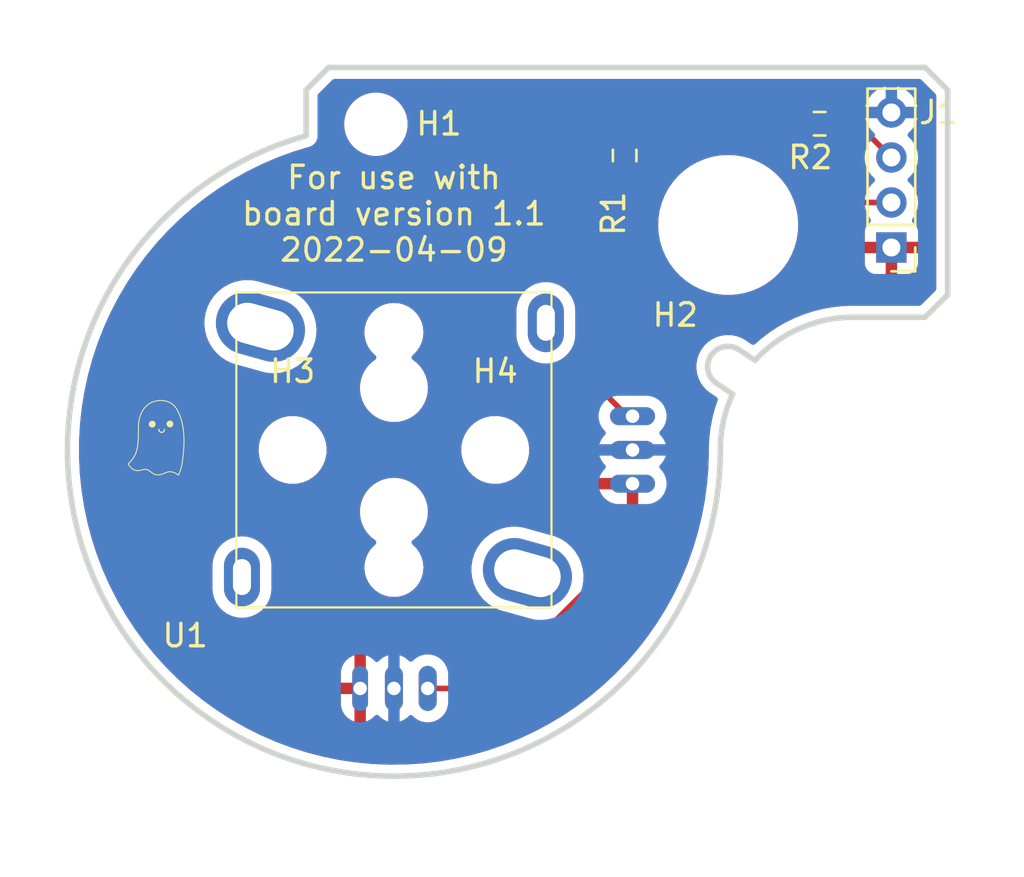
<source format=kicad_pcb>
(kicad_pcb (version 20211014) (generator pcbnew)
  (layers (0 "F.Cu" signal) (31 "B.Cu" signal) (36 "B.SilkS" user "B.Silkscreen") (37 "F.SilkS" user "F.Silkscreen") (38 "B.Mask" user) (39 "F.Mask" user) (44 "Edge.Cuts" user))
  (net 0 "")
  (net 1 "VCC")
  (net 2 "GND")
  (net 3 "/X_Conn")
  (net 4 "/Y_Conn")
  (net 5 "/X_Hall")
  (net 6 "/Y_Hall")
  (footprint "Resistor_SMD:R_0603_1608Metric_Pad0.98x0.95mm_HandSolder" (layer "F.Cu") (at 160.25 86.9125 -90)
    (fp_text reference "R1" (at 2.5875 0.5 90) (layer "F.SilkS"))
    (fp_text value "2k")
    (fp_line (start -0.254724 0.5225) (end 0.254724 0.5225) (layer "F.SilkS") (width 0.12))
    (fp_line (start -0.254724 -0.5225) (end 0.254724 -0.5225) (layer "F.SilkS") (width 0.12))
    (pad "1" smd roundrect (at -0.9125 0 270) (size 0.975 0.95) (layers "F.Cu" "F.Paste" "F.Mask") (net 3 "/X_Conn"))
    (pad "2" smd roundrect (at 0.9125 0 270) (size 0.975 0.95) (layers "F.Cu" "F.Paste" "F.Mask") (net 5 "/X_Hall"))
  )
  (footprint "Gamecube MB:MountingHole_1.8mm" (layer "F.Cu") (at 149.2 85.525)
    (fp_text reference "H1" (at 2.8 -0.025) (layer "F.SilkS"))
    (fp_text value "MountingHole")
    (pad "" np_thru_hole circle locked (at 0 0) (size 1.8 1.8) (drill 1.8) (layers *.Cu *.Mask))
  )
  (footprint "Resistor_SMD:R_0603_1608Metric_Pad0.98x0.95mm_HandSolder" (layer "F.Cu") (at 168.9125 85.5 180)
    (fp_text reference "R2" (at 0.4125 -1.5) (layer "F.SilkS"))
    (fp_text value "2k")
    (fp_line (start -0.254724 -0.5225) (end 0.254724 -0.5225) (layer "F.SilkS") (width 0.12))
    (fp_line (start -0.254724 0.5225) (end 0.254724 0.5225) (layer "F.SilkS") (width 0.12))
    (pad "1" smd roundrect (at -0.9125 0 180) (size 0.975 0.95) (layers "F.Cu" "F.Paste" "F.Mask") (net 4 "/Y_Conn"))
    (pad "2" smd roundrect (at 0.9125 0 180) (size 0.975 0.95) (layers "F.Cu" "F.Paste" "F.Mask") (net 6 "/Y_Hall"))
  )
  (footprint "Gamecube MB:MountingHole_2.0mm" (layer "F.Cu") (at 145.5 100)
    (fp_text reference "H3" (at 0 -3.5) (layer "F.SilkS"))
    (fp_text value "MountingHole")
    (pad "" np_thru_hole circle locked (at 0 0) (size 2 2) (drill 2) (layers *.Cu *.Mask))
  )
  (footprint "Gamecube MB:MountingHole_5.2mm" (layer "F.Cu") (at 164.85 90)
    (fp_text reference "H2" (at -2.35 4) (layer "F.SilkS"))
    (fp_text value "MountingHole")
    (pad "" np_thru_hole circle locked (at 0 0) (size 5.2 5.2) (drill 5.2) (layers *.Cu *.Mask))
  )
  (footprint "Gamecube MB:Ghost Logo Small" (layer "F.Cu") (at 139.5 99.5)
    (fp_text reference "G***" hide)
    (fp_text value "LOGO" hide)
    (fp_poly (pts (xy -0.228552 -0.797426) (xy -0.213054 -0.795663) (xy -0.19775 -0.792312) (xy -0.190398 -0.790098) (xy -0.183808 -0.787651) (xy -0.176465 -0.784456) (xy -0.168863 -0.780762) (xy -0.161499 -0.776819) (xy -0.154867 -0.772877) (xy -0.150691 -0.770085) (xy -0.145257 -0.765902) (xy -0.139316 -0.760814) (xy -0.133269 -0.755203) (xy -0.127522 -0.749455) (xy -0.122477 -0.743954) (xy -0.119577 -0.740452) (xy -0.110491 -0.727518) (xy -0.102875 -0.713896) (xy -0.096748 -0.699692) (xy -0.092129 -0.685015) (xy -0.089034 -0.669971) (xy -0.087483 -0.654666) (xy -0.087494 -0.639209) (xy -0.089085 -0.623707) (xy -0.092274 -0.608265) (xy -0.095283 -0.5981) (xy -0.100956 -0.583613) (xy -0.108017 -0.569962) (xy -0.116384 -0.557218) (xy -0.125974 -0.545453) (xy -0.136707 -0.534738) (xy -0.1485 -0.525147) (xy -0.161272 -0.516751) (xy -0.174941 -0.509622) (xy -0.189425 -0.503833) (xy -0.204642 -0.499454) (xy -0.208169 -0.498669) (xy -0.212157 -0.497882) (xy -0.215856 -0.497299) (xy -0.219668 -0.496881) (xy -0.223994 -0.496594) (xy -0.229234 -0.496402) (xy -0.234687 -0.496286) (xy -0.239921 -0.496216) (xy -0.244733 -0.496189) (xy -0.248821 -0.496202) (xy -0.251886 -0.496254) (xy -0.253629 -0.496345) (xy -0.253727 -0.496358) (xy -0.262239 -0.497665) (xy -0.269501 -0.499003) (xy -0.275918 -0.500454) (xy -0.281893 -0.502101) (xy -0.282091 -0.50216) (xy -0.296947 -0.507497) (xy -0.310969 -0.514225) (xy -0.324085 -0.522264) (xy -0.336221 -0.531537) (xy -0.347308 -0.541963) (xy -0.357271 -0.553464) (xy -0.36604 -0.565962) (xy -0.373542 -0.579376) (xy -0.379705 -0.593629) (xy -0.384457 -0.608641) (xy -0.38625 -0.616254) (xy -0.387442 -0.623394) (xy -0.388319 -0.631632) (xy -0.388856 -0.640439) (xy -0.389032 -0.649284) (xy -0.388826 -0.657637) (xy -0.388265 -0.664544) (xy -0.38563 -0.679995) (xy -0.381471 -0.694927) (xy -0.375858 -0.70924) (xy -0.368858 -0.722837) (xy -0.360543 -0.735621) (xy -0.350981 -0.747494) (xy -0.340243 -0.758357) (xy -0.328397 -0.768115) (xy -0.315513 -0.776667) (xy -0.304224 -0.782713) (xy -0.289782 -0.788763) (xy -0.274859 -0.793269) (xy -0.25959 -0.79622) (xy -0.244109 -0.797609)) (layer "F.SilkS") (width 0) (fill solid))
    (fp_poly (pts (xy 0.174722 -1.717897) (xy 0.213711 -1.715729) (xy 0.252502 -1.712057) (xy 0.291025 -1.706884) (xy 0.329213 -1.700214) (xy 0.366998 -1.692052) (xy 0.404312 -1.682401) (xy 0.441086 -1.671266) (xy 0.477252 -1.658651) (xy 0.512742 -1.64456) (xy 0.520699 -1.641155) (xy 0.550845 -1.627229) (xy 0.580169 -1.611953) (xy 0.608685 -1.595312) (xy 0.636409 -1.577292) (xy 0.663359 -1.557879) (xy 0.689549 -1.537057) (xy 0.714995 -1.514813) (xy 0.739714 -1.491133) (xy 0.763722 -1.466001) (xy 0.787033 -1.439403) (xy 0.809664 -1.411325) (xy 0.831632 -1.381752) (xy 0.852951 -1.35067) (xy 0.870186 -1.323684) (xy 0.885328 -1.298504) (xy 0.900202 -1.272346) (xy 0.914841 -1.245143) (xy 0.929274 -1.216828) (xy 0.943531 -1.187333) (xy 0.957645 -1.156592) (xy 0.971646 -1.124537) (xy 0.985564 -1.091101) (xy 0.99943 -1.056216) (xy 1.013276 -1.019816) (xy 1.027131 -0.981833) (xy 1.028179 -0.978897) (xy 1.037234 -0.953289) (xy 1.045656 -0.929027) (xy 1.053497 -0.905949) (xy 1.060811 -0.883893) (xy 1.067646 -0.862699) (xy 1.074057 -0.842202) (xy 1.080093 -0.822243) (xy 1.085807 -0.802658) (xy 1.091251 -0.783287) (xy 1.095232 -0.76863) (xy 1.107594 -0.720217) (xy 1.119137 -0.670395) (xy 1.129861 -0.619199) (xy 1.139761 -0.566663) (xy 1.148834 -0.512819) (xy 1.157078 -0.457701) (xy 1.16449 -0.401344) (xy 1.171066 -0.34378) (xy 1.176804 -0.285042) (xy 1.181701 -0.225165) (xy 1.185755 -0.164183) (xy 1.188961 -0.102127) (xy 1.191317 -0.039033) (xy 1.19282 0.025067) (xy 1.193468 0.090138) (xy 1.193257 0.156148) (xy 1.192184 0.223063) (xy 1.190247 0.290849) (xy 1.189564 0.309605) (xy 1.187243 0.363361) (xy 1.184354 0.41805) (xy 1.180921 0.473387) (xy 1.176966 0.529086) (xy 1.172514 0.584862) (xy 1.167589 0.640431) (xy 1.162215 0.695508) (xy 1.156415 0.749807) (xy 1.150214 0.803044) (xy 1.143991 0.852241) (xy 1.14297 0.86023) (xy 1.141864 0.869276) (xy 1.140742 0.8788) (xy 1.13967 0.888218) (xy 1.138718 0.896951) (xy 1.138202 0.90191) (xy 1.13338 0.945112) (xy 1.127599 0.989319) (xy 1.12091 1.034227) (xy 1.11337 1.079534) (xy 1.105031 1.124935) (xy 1.095948 1.170126) (xy 1.086174 1.214805) (xy 1.075764 1.258668) (xy 1.072443 1.271946) (xy 1.059828 1.319821) (xy 1.046599 1.366222) (xy 1.032732 1.41122) (xy 1.018201 1.454888) (xy 1.002982 1.4973) (xy 0.987049 1.538526) (xy 0.970378 1.578639) (xy 0.957415 1.607952) (xy 0.954078 1.615253) (xy 0.951292 1.621194) (xy 0.94895 1.625939) (xy 0.94695 1.629648) (xy 0.945186 1.632484) (xy 0.943553 1.634609) (xy 0.941947 1.636183) (xy 0.940264 1.63737) (xy 0.938397 1.638331) (xy 0.937506 1.638717) (xy 0.933695 1.639798) (xy 0.929312 1.640294) (xy 0.925287 1.640112) (xy 0.924675 1.64) (xy 0.923016 1.639594) (xy 0.921442 1.63903) (xy 0.919739 1.638166) (xy 0.917691 1.636861) (xy 0.915083 1.634974) (xy 0.911699 1.632365) (xy 0.907325 1.628892) (xy 0.90559 1.627502) (xy 0.885851 1.612396) (xy 0.864763 1.597617) (xy 0.842625 1.583345) (xy 0.819738 1.569761) (xy 0.796401 1.557045) (xy 0.772916 1.545378) (xy 0.757456 1.538329) (xy 0.729487 1.526808) (xy 0.701687 1.51688) (xy 0.674073 1.508547) (xy 0.646665 1.501812) (xy 0.619481 1.496677) (xy 0.592539 1.493146) (xy 0.565859 1.49122) (xy 0.53946 1.490902) (xy 0.513358 1.492195) (xy 0.487575 1.495101) (xy 0.466063 1.498813) (xy 0.454933 1.501169) (xy 0.444336 1.503687) (xy 0.434039 1.506448) (xy 0.423808 1.509532) (xy 0.413409 1.513017) (xy 0.402609 1.516986) (xy 0.391174 1.521516) (xy 0.378871 1.526688) (xy 0.365465 1.532583) (xy 0.359688 1.535185) (xy 0.334483 1.546444) (xy 0.310528 1.556805) (xy 0.287705 1.566309) (xy 0.265901 1.574994) (xy 0.244998 1.582901) (xy 0.224881 1.590069) (xy 0.205435 1.596538) (xy 0.186544 1.602347) (xy 0.168091 1.607536) (xy 0.149961 1.612145) (xy 0.132039 1.616214) (xy 0.114209 1.619781) (xy 0.110928 1.620386) (xy 0.086747 1.624207) (xy 0.062306 1.626938) (xy 0.037875 1.628571) (xy 0.013725 1.629096) (xy -0.009874 1.628503) (xy -0.032651 1.626783) (xy -0.041391 1.625787) (xy -0.066606 1.621919) (xy -0.090975 1.616725) (xy -0.114648 1.610152) (xy -0.137778 1.602149) (xy -0.160515 1.59266) (xy -0.18301 1.581633) (xy -0.205417 1.569014) (xy -0.209024 1.566831) (xy -0.215974 1.562517) (xy -0.222919 1.558056) (xy -0.23 1.553349) (xy -0.237356 1.548294) (xy -0.245125 1.542794) (xy -0.253447 1.536746) (xy -0.26246 1.530052) (xy -0.272304 1.522611) (xy -0.283118 1.514324) (xy -0.295041 1.50509) (xy -0.297035 1.503538) (xy -0.310771 1.49289) (xy -0.323376 1.483229) (xy -0.334973 1.474469) (xy -0.345692 1.466522) (xy -0.355657 1.4593) (xy -0.364996 1.452716) (xy -0.373835 1.446683) (xy -0.3823 1.441114) (xy -0.390519 1.435921) (xy -0.398617 1.431016) (xy -0.406721 1.426314) (xy -0.414958 1.421725) (xy -0.417753 1.420207) (xy -0.43803 1.410008) (xy -0.4581 1.401433) (xy -0.478015 1.39447) (xy -0.497825 1.389107) (xy -0.517582 1.385331) (xy -0.537337 1.383132) (xy -0.55714 1.382496) (xy -0.575835 1.383313) (xy -0.584068 1.384066) (xy -0.592363 1.385029) (xy -0.600868 1.386232) (xy -0.609734 1.387707) (xy -0.619107 1.389485) (xy -0.629137 1.391599) (xy -0.639973 1.394079) (xy -0.651762 1.396957) (xy -0.664654 1.400265) (xy -0.678797 1.404034) (xy -0.69434 1.408296) (xy -0.69661 1.408926) (xy -0.71473 1.413888) (xy -0.731465 1.418296) (xy -0.746981 1.422181) (xy -0.761445 1.425571) (xy -0.775022 1.428495) (xy -0.787878 1.430981) (xy -0.800179 1.43306) (xy -0.81209 1.43476) (xy -0.823777 1.436109) (xy -0.835407 1.437138) (xy -0.847144 1.437874) (xy -0.859155 1.438346) (xy -0.866025 1.438506) (xy -0.894506 1.438338) (xy -0.922087 1.436788) (xy -0.94879 1.433849) (xy -0.974635 1.429517) (xy -0.999644 1.423784) (xy -1.023836 1.416645) (xy -1.047233 1.408095) (xy -1.069855 1.398128) (xy -1.091724 1.386736) (xy -1.11286 1.373916) (xy -1.125734 1.365155) (xy -1.137538 1.356474) (xy -1.149321 1.347191) (xy -1.16115 1.337238) (xy -1.173087 1.326544) (xy -1.185198 1.315043) (xy -1.197548 1.302664) (xy -1.210201 1.28934) (xy -1.223221 1.275002) (xy -1.236673 1.25958) (xy -1.250621 1.243007) (xy -1.265132 1.225213) (xy -1.280267 1.206129) (xy -1.296094 1.185688) (xy -1.303541 1.175919) (xy -1.309429 1.168153) (xy -1.314396 1.161584) (xy -1.318524 1.156093) (xy -1.321898 1.15156) (xy -1.324602 1.147868) (xy -1.326718 1.144897) (xy -1.328331 1.142529) (xy -1.329524 1.140644) (xy -1.330381 1.139125) (xy -1.330985 1.137851) (xy -1.331421 1.136705) (xy -1.331639 1.136017) (xy -1.332429 1.132767) (xy -1.284091 1.132767) (xy -1.283383 1.133706) (xy -1.281856 1.13574) (xy -1.279684 1.138638) (xy -1.277039 1.14217) (xy -1.274396 1.145703) (xy -1.256552 1.169226) (xy -1.239321 1.191253) (xy -1.222676 1.211814) (xy -1.206589 1.23094) (xy -1.191031 1.248661) (xy -1.175975 1.265008) (xy -1.161393 1.280011) (xy -1.147257 1.2937) (xy -1.133539 1.306107) (xy -1.120212 1.317261) (xy -1.109822 1.325295) (xy -1.091988 1.337877) (xy -1.074102 1.34908) (xy -1.055996 1.358968) (xy -1.037506 1.367605) (xy -1.018464 1.375055) (xy -0.998705 1.38138) (xy -0.978062 1.386645) (xy -0.95637 1.390914) (xy -0.933462 1.394249) (xy -0.9284 1.394847) (xy -0.907938 1.396761) (xy -0.887937 1.397782) (xy -0.868166 1.397891) (xy -0.848392 1.39707) (xy -0.828387 1.395302) (xy -0.807918 1.392566) (xy -0.786756 1.388847) (xy -0.764669 1.384124) (xy -0.750832 1.38079) (xy -0.747315 1.37989) (xy -0.742435 1.378613) (xy -0.736429 1.377023) (xy -0.72953 1.375181) (xy -0.721974 1.373151) (xy -0.713995 1.370995) (xy -0.705827 1.368776) (xy -0.700335 1.367277) (xy -0.686817 1.363606) (xy -0.674702 1.360375) (xy -0.66381 1.357543) (xy -0.653961 1.355071) (xy -0.644974 1.352918) (xy -0.636669 1.351042) (xy -0.628866 1.349404) (xy -0.621383 1.347963) (xy -0.614041 1.346679) (xy -0.606659 1.34551) (xy -0.599056 1.344416) (xy -0.5981 1.344285) (xy -0.591951 1.343602) (xy -0.584525 1.343027) (xy -0.57619 1.342567) (xy -0.567313 1.342232) (xy -0.558264 1.342029) (xy -0.549409 1.341968) (xy -0.541118 1.342056) (xy -0.533757 1.342302) (xy -0.528002 1.342686) (xy -0.509077 1.34501) (xy -0.49024 1.34856) (xy -0.471396 1.353373) (xy -0.45245 1.359485) (xy -0.433306 1.366933) (xy -0.41387 1.375754) (xy -0.394046 1.385985) (xy -0.373739 1.397662) (xy -0.354806 1.409546) (xy -0.348645 1.4136) (xy -0.342606 1.417664) (xy -0.336538 1.421848) (xy -0.330293 1.426263) (xy -0.323721 1.431017) (xy -0.316672 1.436221) (xy -0.308996 1.441984) (xy -0.300546 1.448416) (xy -0.29117 1.455626) (xy -0.280719 1.463725) (xy -0.276078 1.467336) (xy -0.263751 1.476903) (xy -0.252568 1.485503) (xy -0.242397 1.493231) (xy -0.233109 1.50018) (xy -0.224575 1.506442) (xy -0.216663 1.512111) (xy -0.209244 1.517279) (xy -0.202188 1.52204) (xy -0.195365 1.526487) (xy -0.188645 1.530712) (xy -0.181898 1.53481) (xy -0.181292 1.535171) (xy -0.159694 1.547138) (xy -0.137685 1.557545) (xy -0.1152 1.566411) (xy -0.092178 1.573754) (xy -0.068554 1.579593) (xy -0.044266 1.583948) (xy -0.01925 1.586837) (xy -0.006576 1.587731) (xy 0.00185 1.58805) (xy 0.011471 1.588154) (xy 0.021842 1.58805) (xy 0.032516 1.587747) (xy 0.04305 1.587256) (xy 0.052996 1.586586) (xy 0.054636 1.586452) (xy 0.072085 1.584685) (xy 0.089707 1.582301) (xy 0.107591 1.579274) (xy 0.125827 1.575574) (xy 0.144506 1.571174) (xy 0.163716 1.566046) (xy 0.183549 1.560163) (xy 0.204092 1.553496) (xy 0.225438 1.546017) (xy 0.247674 1.537699) (xy 0.270891 1.528514) (xy 0.295179 1.518433) (xy 0.320628 1.50743) (xy 0.346157 1.496008) (xy 0.356782 1.491225) (xy 0.366201 1.487086) (xy 0.374684 1.483486) (xy 0.382504 1.480323) (xy 0.38993 1.477491) (xy 0.397233 1.474886) (xy 0.404685 1.472404) (xy 0.412555 1.46994) (xy 0.418463 1.46817) (xy 0.444768 1.461263) (xy 0.471414 1.455975) (xy 0.498393 1.452305) (xy 0.525695 1.450253) (xy 0.553313 1.449819) (xy 0.581238 1.451003) (xy 0.609462 1.453804) (xy 0.637976 1.458223) (xy 0.666772 1.464259) (xy 0.695842 1.471913) (xy 0.697283 1.472333) (xy 0.724002 1.480865) (xy 0.750986 1.490889) (xy 0.778038 1.502308) (xy 0.804964 1.515022) (xy 0.831566 1.528934) (xy 0.857649 1.543947) (xy 0.883016 1.559961) (xy 0.90747 1.576879) (xy 0.90945 1.578318) (xy 0.913304 1.581109) (xy 0.916672 1.583501) (xy 0.919336 1.585345) (xy 0.921084 1.586494) (xy 0.921696 1.586807) (xy 0.92208 1.585997) (xy 0.923027 1.583895) (xy 0.924437 1.580728) (xy 0.926211 1.576719) (xy 0.928247 1.572096) (xy 0.929003 1.570375) (xy 0.945697 1.53086) (xy 0.961751 1.48987) (xy 0.977144 1.447466) (xy 0.991858 1.403706) (xy 1.005876 1.35865) (xy 1.019179 1.312357) (xy 1.031748 1.264887) (xy 1.043566 1.216299) (xy 1.054614 1.166652) (xy 1.057016 1.155223) (xy 1.062752 1.126785) (xy 1.068264 1.097758) (xy 1.073511 1.068407) (xy 1.07845 1.039) (xy 1.08304 1.009802) (xy 1.08724 0.981079) (xy 1.091007 0.953096) (xy 1.0943 0.92612) (xy 1.097077 0.900417) (xy 1.097258 0.898599) (xy 1.097888 0.892522) (xy 1.098694 0.88518) (xy 1.099631 0.876952) (xy 1.100657 0.868213) (xy 1.101726 0.85934) (xy 1.102795 0.85071) (xy 1.103496 0.845205) (xy 1.112981 0.767649) (xy 1.121458 0.690191) (xy 1.128921 0.612932) (xy 1.135365 0.53597) (xy 1.140787 0.459407) (xy 1.145181 0.383342) (xy 1.148542 0.307876) (xy 1.150867 0.233107) (xy 1.15215 0.159137) (xy 1.152386 0.086065) (xy 1.151572 0.013992) (xy 1.149702 -0.056984) (xy 1.147744 -0.106374) (xy 1.144567 -0.166713) (xy 1.140551 -0.226092) (xy 1.1357 -0.284467) (xy 1.130022 -0.341796) (xy 1.123523 -0.398034) (xy 1.116209 -0.453139) (xy 1.108087 -0.507067) (xy 1.099164 -0.559775) (xy 1.089445 -0.61122) (xy 1.078937 -0.661357) (xy 1.067646 -0.710144) (xy 1.055579 -0.757537) (xy 1.046453 -0.790636) (xy 1.041235 -0.808521) (xy 1.035402 -0.82772) (xy 1.029023 -0.848037) (xy 1.022163 -0.869278) (xy 1.014889 -0.891246) (xy 1.007267 -0.913746) (xy 0.999364 -0.936583) (xy 0.991246 -0.959562) (xy 0.98298 -0.982486) (xy 0.974632 -1.00516) (xy 0.966269 -1.027389) (xy 0.963052 -1.035808) (xy 0.947279 -1.075759) (xy 0.931247 -1.114105) (xy 0.914933 -1.150882) (xy 0.898315 -1.186125) (xy 0.881368 -1.219868) (xy 0.86407 -1.252145) (xy 0.846399 -1.282993) (xy 0.828331 -1.312445) (xy 0.809843 -1.340536) (xy 0.790913 -1.367301) (xy 0.771517 -1.392774) (xy 0.751633 -1.416991) (xy 0.731238 -1.439986) (xy 0.710308 -1.461793) (xy 0.688821 -1.482448) (xy 0.666754 -1.501986) (xy 0.644084 -1.52044) (xy 0.641975 -1.522079) (xy 0.616907 -1.540458) (xy 0.590588 -1.557768) (xy 0.563041 -1.573998) (xy 0.534286 -1.589139) (xy 0.504345 -1.60318) (xy 0.473241 -1.616111) (xy 0.440994 -1.627921) (xy 0.407627 -1.638602) (xy 0.373161 -1.648142) (xy 0.371278 -1.648622) (xy 0.335262 -1.657041) (xy 0.299344 -1.663965) (xy 0.263298 -1.669425) (xy 0.226899 -1.673451) (xy 0.189924 -1.676075) (xy 0.163709 -1.67709) (xy 0.123445 -1.677323) (xy 0.08347 -1.675926) (xy 0.043781 -1.672898) (xy 0.004379 -1.66824) (xy -0.034738 -1.661951) (xy -0.073572 -1.654032) (xy -0.112123 -1.644481) (xy -0.1152 -1.643645) (xy -0.151886 -1.63278) (xy -0.18787 -1.620444) (xy -0.223116 -1.606657) (xy -0.257591 -1.591436) (xy -0.291258 -1.5748) (xy -0.324082 -1.556768) (xy -0.356027 -1.537356) (xy -0.387059 -1.516585) (xy -0.417141 -1.494472) (xy -0.443335 -1.473471) (xy -0.462544 -1.45689) (xy -0.481978 -1.439073) (xy -0.501312 -1.420344) (xy -0.520223 -1.40103) (xy -0.538387 -1.381454) (xy -0.555478 -1.361944) (xy -0.560874 -1.35552) (xy -0.585426 -1.324688) (xy -0.608897 -1.292633) (xy -0.631266 -1.259402) (xy -0.652515 -1.225043) (xy -0.672624 -1.189602) (xy -0.691574 -1.153127) (xy -0.709346 -1.115663) (xy -0.725919 -1.07726) (xy -0.741276 -1.037963) (xy -0.755395 -0.997819) (xy -0.768259 -0.956876) (xy -0.779847 -0.915181) (xy -0.79014 -0.87278) (xy -0.799119 -0.829722) (xy -0.806765 -0.786052) (xy -0.81286 -0.743382) (xy -0.81452 -0.729822) (xy -0.81609 -0.715936) (xy -0.817571 -0.701661) (xy -0.818966 -0.686935) (xy -0.820278 -0.671695) (xy -0.821509 -0.655878) (xy -0.822662 -0.639424) (xy -0.82374 -0.622268) (xy -0.824744 -0.604348) (xy -0.825677 -0.585603) (xy -0.826543 -0.565969) (xy -0.827343 -0.545385) (xy -0.82808 -0.523787) (xy -0.828756 -0.501114) (xy -0.829375 -0.477303) (xy -0.829938 -0.452292) (xy -0.830449 -0.426017) (xy -0.830909 -0.398417) (xy -0.831321 -0.36943) (xy -0.831689 -0.338992) (xy -0.832013 -0.307042) (xy -0.832298 -0.273517) (xy -0.832372 -0.26366) (xy -0.832657 -0.228778) (xy -0.832992 -0.195472) (xy -0.833381 -0.163665) (xy -0.833827 -0.13328) (xy -0.834335 -0.104238) (xy -0.834907 -0.076461) (xy -0.835547 -0.049871) (xy -0.836259 -0.024391) (xy -0.837046 0.000058) (xy -0.837912 0.023554) (xy -0.83886 0.046174) (xy -0.839895 0.067997) (xy -0.841019 0.0891) (xy -0.842237 0.109562) (xy -0.843551 0.12946) (xy -0.844966 0.148872) (xy -0.846484 0.167876) (xy -0.848111 0.186551) (xy -0.849848 0.204974) (xy -0.8517 0.223223) (xy -0.853671 0.241376) (xy -0.855763 0.259511) (xy -0.85686 0.268628) (xy -0.863386 0.317407) (xy -0.870913 0.364887) (xy -0.87945 0.411092) (xy -0.889007 0.456049) (xy -0.899592 0.499783) (xy -0.911215 0.542319) (xy -0.923884 0.583683) (xy -0.937609 0.623901) (xy -0.952399 0.662998) (xy -0.968262 0.701) (xy -0.985208 0.737933) (xy -1.003246 0.773821) (xy -1.022385 0.808691) (xy -1.042634 0.842568) (xy -1.064002 0.875477) (xy -1.079591 0.897897) (xy -1.088877 0.910559) (xy -1.099359 0.924248) (xy -1.110987 0.938905) (xy -1.123709 0.954469) (xy -1.137471 0.970883) (xy -1.152222 0.988085) (xy -1.167911 1.006016) (xy -1.184485 1.024618) (xy -1.201893 1.043829) (xy -1.220081 1.06359) (xy -1.239 1.083843) (xy -1.258596 1.104527) (xy -1.270808 1.117277) (xy -1.275785 1.12252) (xy -1.279617 1.12671) (xy -1.28229 1.129829) (xy -1.283785 1.131856) (xy -1.284091 1.132767) (xy -1.332429 1.132767) (xy -1.332529 1.132355) (xy -1.332689 1.129166) (xy -1.332112 1.125684) (xy -1.331485 1.123397) (xy -1.331057 1.122144) (xy -1.330461 1.120873) (xy -1.329579 1.119444) (xy -1.32829 1.117717) (xy -1.326476 1.115552) (xy -1.324018 1.112809) (xy -1.320797 1.109347) (xy -1.316694 1.105026) (xy -1.311591 1.099706) (xy -1.309748 1.097792) (xy -1.288668 1.075779) (xy -1.268433 1.054386) (xy -1.249078 1.033653) (xy -1.230636 1.01362) (xy -1.213144 0.994325) (xy -1.196635 0.975809) (xy -1.181145 0.95811) (xy -1.166708 0.941269) (xy -1.153358 0.925326) (xy -1.141131 0.910319) (xy -1.130061 0.896288) (xy -1.120184 0.883273) (xy -1.113857 0.874592) (xy -1.093401 0.844903) (xy -1.073956 0.814476) (xy -1.055511 0.78327) (xy -1.038051 0.751245) (xy -1.021566 0.718362) (xy -1.006042 0.68458) (xy -0.991467 0.64986) (xy -0.977828 0.61416) (xy -0.965113 0.577443) (xy -0.953309 0.539666) (xy -0.942404 0.50079) (xy -0.932385 0.460776) (xy -0.923239 0.419583) (xy -0.914954 0.37717) (xy -0.907517 0.333499) (xy -0.900917 0.288529) (xy -0.89514 0.242219) (xy -0.890173 0.194531) (xy -0.886215 0.14818) (xy -0.885075 0.132957) (xy -0.884006 0.117874) (xy -0.883005 0.102844) (xy -0.882068 0.087776) (xy -0.881194 0.072582) (xy -0.880379 0.057173) (xy -0.879621 0.041461) (xy -0.878916 0.025355) (xy -0.878263 0.008767) (xy -0.877658 -0.008391) (xy -0.877098 -0.026209) (xy -0.876582 -0.044776) (xy -0.876105 -0.064181) (xy -0.875666 -0.084512) (xy -0.875261 -0.105859) (xy -0.874888 -0.12831) (xy -0.874544 -0.151955) (xy -0.874226 -0.176882) (xy -0.873931 -0.203181) (xy -0.873658 -0.23094) (xy -0.873402 -0.260248) (xy -0.873354 -0.266144) (xy -0.873133 -0.292609) (xy -0.872907 -0.317514) (xy -0.872673 -0.340952) (xy -0.872429 -0.36302) (xy -0.872174 -0.383811) (xy -0.871905 -0.403421) (xy -0.871621 -0.421945) (xy -0.871318 -0.439477) (xy -0.870995 -0.456111) (xy -0.87065 -0.471944) (xy -0.87028 -0.48707) (xy -0.869884 -0.501584) (xy -0.86946 -0.51558) (xy -0.869004 -0.529154) (xy -0.868516 -0.5424) (xy -0.867992 -0.555413) (xy -0.867432 -0.568288) (xy -0.866832 -0.581119) (xy -0.866191 -0.594003) (xy -0.865871 -0.600169) (xy -0.864462 -0.625361) (xy -0.862951 -0.64908) (xy -0.861319 -0.671509) (xy -0.859546 -0.692828) (xy -0.857615 -0.713218) (xy -0.855506 -0.732861) (xy -0.853199 -0.751938) (xy -0.850677 -0.770631) (xy -0.84792 -0.78912) (xy -0.844909 -0.807587) (xy -0.843049 -0.8183) (xy -0.834469 -0.862588) (xy -0.824564 -0.906207) (xy -0.813352 -0.949112) (xy -0.800853 -0.99126) (xy -0.787087 -1.032607) (xy -0.772073 -1.073109) (xy -0.755832 -1.112723) (xy -0.738382 -1.151405) (xy -0.719743 -1.189111) (xy -0.699936 -1.225798) (xy -0.678979 -1.261421) (xy -0.656892 -1.295938) (xy -0.633695 -1.329304) (xy -0.609408 -1.361476) (xy -0.586529 -1.389495) (xy -0.57805 -1.399297) (xy -0.568717 -1.409726) (xy -0.558755 -1.420549) (xy -0.54839 -1.431533) (xy -0.537847 -1.442446) (xy -0.527352 -1.453055) (xy -0.517131 -1.463127) (xy -0.507409 -1.472431) (xy -0.498411 -1.480732) (xy -0.495864 -1.483013) (xy -0.465853 -1.508616) (xy -0.435163 -1.532712) (xy -0.403772 -1.555313) (xy -0.371658 -1.57643) (xy -0.338798 -1.596077) (xy -0.305169 -1.614265) (xy -0.27075 -1.631007) (xy -0.235518 -1.646315) (xy -0.19945 -1.660202) (xy -0.162524 -1.672679) (xy -0.136176 -1.680575) (xy -0.098049 -1.690593) (xy -0.059575 -1.699073) (xy -0.020823 -1.70602) (xy 0.018138 -1.711438) (xy 0.057242 -1.71533) (xy 0.096419 -1.717701) (xy 0.135602 -1.718556)) (layer "F.SilkS") (width 0) (fill solid))
    (fp_poly (pts (xy 0.557845 -0.803998) (xy 0.572801 -0.802411) (xy 0.58752 -0.799365) (xy 0.601882 -0.794879) (xy 0.615769 -0.788974) (xy 0.629062 -0.781671) (xy 0.641644 -0.772989) (xy 0.653395 -0.762948) (xy 0.656602 -0.759814) (xy 0.666969 -0.748232) (xy 0.675966 -0.735808) (xy 0.683577 -0.72266) (xy 0.689783 -0.708902) (xy 0.694566 -0.694651) (xy 0.697909 -0.680021) (xy 0.699793 -0.66513) (xy 0.700201 -0.650092) (xy 0.699114 -0.635024) (xy 0.696516 -0.620042) (xy 0.692388 -0.60526) (xy 0.686711 -0.590795) (xy 0.683666 -0.584456) (xy 0.679103 -0.576005) (xy 0.67443 -0.568491) (xy 0.669329 -0.561479) (xy 0.663481 -0.554536) (xy 0.656567 -0.547229) (xy 0.65566 -0.546316) (xy 0.644356 -0.53597) (xy 0.632544 -0.527122) (xy 0.620016 -0.519641) (xy 0.606565 -0.513395) (xy 0.598572 -0.510396) (xy 0.590819 -0.507896) (xy 0.583555 -0.50599) (xy 0.576336 -0.504605) (xy 0.568721 -0.503669) (xy 0.560266 -0.50311) (xy 0.55257 -0.502886) (xy 0.54697 -0.502831) (xy 0.541566 -0.502853) (xy 0.536712 -0.502943) (xy 0.53276 -0.503095) (xy 0.530061 -0.503303) (xy 0.529805 -0.503336) (xy 0.521104 -0.504821) (xy 0.512018 -0.506867) (xy 0.503374 -0.509279) (xy 0.499719 -0.510475) (xy 0.485269 -0.51633) (xy 0.471692 -0.523534) (xy 0.459054 -0.53199) (xy 0.44742 -0.541601) (xy 0.436856 -0.55227) (xy 0.427428 -0.563903) (xy 0.419202 -0.5764) (xy 0.412242 -0.589667) (xy 0.406615 -0.603607) (xy 0.402387 -0.618123) (xy 0.399622 -0.633118) (xy 0.398388 -0.648496) (xy 0.398465 -0.659358) (xy 0.399945 -0.675214) (xy 0.402959 -0.690572) (xy 0.407452 -0.705346) (xy 0.413368 -0.71945) (xy 0.420649 -0.732797) (xy 0.42924 -0.745301) (xy 0.439082 -0.756876) (xy 0.450121 -0.767436) (xy 0.462299 -0.776893) (xy 0.47556 -0.785162) (xy 0.483635 -0.789336) (xy 0.498006 -0.795349) (xy 0.51273 -0.799802) (xy 0.527691 -0.802714) (xy 0.542768 -0.804106)) (layer "F.SilkS") (width 0) (fill solid))
    (fp_poly (pts (xy 0.312648 -0.439602) (xy 0.318436 -0.437168) (xy 0.322616 -0.434272) (xy 0.324368 -0.432343) (xy 0.326317 -0.429526) (xy 0.327899 -0.4267) (xy 0.329247 -0.423764) (xy 0.330026 -0.42133) (xy 0.330377 -0.418719) (xy 0.330442 -0.41525) (xy 0.330434 -0.414541) (xy 0.330056 -0.407535) (xy 0.329121 -0.399359) (xy 0.327698 -0.390377) (xy 0.325857 -0.380951) (xy 0.323669 -0.371445) (xy 0.321202 -0.362221) (xy 0.319038 -0.355176) (xy 0.313422 -0.340328) (xy 0.306674 -0.326477) (xy 0.298853 -0.313696) (xy 0.290018 -0.302056) (xy 0.280228 -0.291629) (xy 0.269544 -0.282488) (xy 0.258025 -0.274705) (xy 0.24831 -0.269533) (xy 0.23468 -0.26399) (xy 0.220274 -0.259874) (xy 0.205176 -0.257199) (xy 0.189473 -0.255978) (xy 0.17325 -0.256224) (xy 0.166806 -0.25672) (xy 0.151862 -0.2589) (xy 0.137144 -0.262561) (xy 0.122827 -0.267615) (xy 0.109086 -0.273974) (xy 0.096097 -0.281551) (xy 0.084034 -0.290258) (xy 0.073073 -0.300007) (xy 0.066602 -0.306884) (xy 0.056822 -0.319292) (xy 0.048512 -0.332431) (xy 0.041698 -0.346229) (xy 0.036407 -0.360614) (xy 0.032664 -0.375514) (xy 0.030497 -0.390858) (xy 0.029932 -0.406572) (xy 0.029949 -0.407531) (xy 0.030073 -0.412596) (xy 0.030223 -0.416324) (xy 0.030446 -0.419038) (xy 0.030787 -0.421058) (xy 0.031291 -0.422703) (xy 0.032005 -0.424294) (xy 0.03247 -0.425199) (xy 0.035971 -0.430275) (xy 0.040363 -0.434163) (xy 0.045407 -0.436864) (xy 0.050864 -0.438381) (xy 0.056497 -0.438714) (xy 0.062067 -0.437865) (xy 0.067333 -0.435835) (xy 0.072059 -0.432625) (xy 0.076006 -0.428236) (xy 0.077941 -0.424956) (xy 0.078933 -0.422884) (xy 0.079661 -0.421096) (xy 0.080177 -0.419265) (xy 0.080537 -0.417067) (xy 0.080794 -0.414176) (xy 0.081001 -0.410266) (xy 0.081203 -0.405293) (xy 0.081798 -0.395732) (xy 0.082851 -0.38738) (xy 0.084459 -0.379827) (xy 0.086721 -0.372666) (xy 0.089735 -0.365487) (xy 0.091702 -0.361474) (xy 0.098039 -0.350858) (xy 0.10562 -0.341237) (xy 0.114318 -0.332677) (xy 0.124006 -0.325244) (xy 0.134558 -0.319004) (xy 0.145848 -0.314021) (xy 0.157749 -0.310362) (xy 0.170134 -0.308092) (xy 0.182877 -0.307277) (xy 0.194952 -0.307884) (xy 0.2061 -0.309534) (xy 0.216016 -0.31205) (xy 0.224941 -0.315541) (xy 0.233113 -0.320113) (xy 0.240773 -0.325875) (xy 0.246134 -0.330848) (xy 0.253231 -0.338906) (xy 0.259476 -0.348039) (xy 0.264897 -0.358322) (xy 0.269526 -0.369827) (xy 0.27339 -0.382627) (xy 0.276521 -0.396796) (xy 0.278833 -0.411525) (xy 0.279921 -0.41851) (xy 0.281257 -0.424088) (xy 0.282984 -0.428505) (xy 0.285246 -0.432008) (xy 0.288187 -0.434842) (xy 0.291951 -0.437254) (xy 0.294666 -0.438601) (xy 0.300425 -0.440371) (xy 0.306531 -0.440687)) (layer "F.SilkS") (width 0) (fill solid))
  )
  (footprint "Connector_PinHeader_2.00mm:PinHeader_1x04_P2.00mm_Vertical" (layer "F.Cu") (at 172.1 91 180)
    (fp_text reference "J1" (at -2.1 6) (layer "F.SilkS"))
    (fp_text value "Conn_01x04_Male")
    (fp_line (start -1.06 7.06) (end 1.06 7.06) (layer "F.SilkS") (width 0.12))
    (fp_line (start 1.06 1) (end 1.06 7.06) (layer "F.SilkS") (width 0.12))
    (fp_line (start -1.06 1) (end -1.06 7.06) (layer "F.SilkS") (width 0.12))
    (fp_line (start -1.06 1) (end 1.06 1) (layer "F.SilkS") (width 0.12))
    (fp_line (start -1.06 0) (end -1.06 -1.06) (layer "F.SilkS") (width 0.12))
    (fp_line (start -1.06 -1.06) (end 0 -1.06) (layer "F.SilkS") (width 0.12))
    (pad "1" thru_hole rect (at 0 0 180) (size 1.35 1.35) (drill 0.8) (layers *.Cu *.Mask) (net 1 "VCC"))
    (pad "2" thru_hole oval (at 0 2 180) (size 1.35 1.35) (drill 0.8) (layers *.Cu *.Mask) (net 3 "/X_Conn"))
    (pad "3" thru_hole oval (at 0 4 180) (size 1.35 1.35) (drill 0.8) (layers *.Cu *.Mask) (net 4 "/Y_Conn"))
    (pad "4" thru_hole oval (at 0 6 180) (size 1.35 1.35) (drill 0.8) (layers *.Cu *.Mask) (net 2 "GND"))
  )
  (footprint "PhobGCC:GCC_Stickbox_Hall_Only" (layer "F.Cu") (at 150 100 180)
    (fp_text reference "U1" (at 9.275 -8.25 180) (layer "F.SilkS"))
    (fp_text value "Stickbox_Assembly")
    (fp_line (start -7 -7) (end 7 -7) (layer "F.SilkS") (width 0.1))
    (fp_line (start -7 7) (end 7 7) (layer "F.SilkS") (width 0.1))
    (fp_line (start 7 -7) (end 7 7) (layer "F.SilkS") (width 0.1))
    (fp_line (start -7 -7) (end -7 7) (layer "F.SilkS") (width 0.1))
    (pad "" thru_hole oval (at -5.93 -5.48 254.4) (size 2.8 4) (drill oval 1.8 3) (layers *.Cu *.Mask))
    (pad "" np_thru_hole circle (at 0 -2.75 180) (size 2 2) (drill 2) (layers *.Cu *.Mask))
    (pad "" thru_hole oval (at -6.75 5.65 180) (size 1.6 2.6) (drill oval 0.8 1.6) (layers *.Cu *.Mask))
    (pad "" np_thru_hole circle (at 0 2.75 180) (size 2 2) (drill 2) (layers *.Cu *.Mask))
    (pad "" np_thru_hole circle (at 0 5.225 180) (size 1.6 1.6) (drill 1.6) (layers *.Cu *.Mask))
    (pad "" np_thru_hole circle (at 0 -5.225 180) (size 1.6 1.6) (drill 1.6) (layers *.Cu *.Mask))
    (pad "" thru_hole oval (at 5.93 5.48 254.4) (size 2.8 4) (drill oval 1.8 3) (layers *.Cu *.Mask))
    (pad "" thru_hole oval (at 6.75 -5.65 180) (size 1.6 2.6) (drill oval 0.8 1.6) (layers *.Cu *.Mask))
    (pad "1" thru_hole oval (at 1.5 -10.6 180) (size 0.7 2) (drill 0.6) (layers *.Cu *.Mask) (net 1 "VCC"))
    (pad "2" thru_hole oval (at 0 -10.6 180) (size 0.8 2) (drill 0.6) (layers *.Cu *.Mask) (net 2 "GND"))
    (pad "3" thru_hole oval (at -1.5 -10.6 180) (size 0.8 2) (drill 0.6) (layers *.Cu *.Mask) (net 5 "/X_Hall"))
    (pad "4" thru_hole oval (at -10.6 -1.5 270) (size 0.8 2) (drill 0.6) (layers *.Cu *.Mask) (net 1 "VCC"))
    (pad "5" thru_hole oval (at -10.6 0 270) (size 0.8 2) (drill 0.6) (layers *.Cu *.Mask) (net 2 "GND"))
    (pad "6" thru_hole oval (at -10.6 1.5 270) (size 0.8 2) (drill 0.6) (layers *.Cu *.Mask) (net 6 "/Y_Hall"))
  )
  (footprint "Gamecube MB:MountingHole_2.0mm" (layer "F.Cu") (at 154.5 100)
    (fp_text reference "H4" (at 0 -3.5) (layer "F.SilkS"))
    (fp_text value "MountingHole")
    (pad "" np_thru_hole circle locked (at 0 0) (size 2 2) (drill 2) (layers *.Cu *.Mask))
  )
  (gr_line (start 173.6 83) (end 147.1 83) (layer "Edge.Cuts") (width 0.25))
  (gr_arc (start 166.04561 96.018883) (mid 168.020776 94.600991) (end 170.4 94.1) (layer "Edge.Cuts") (width 0.25))
  (gr_line (start 147.1 83) (end 146.1 84) (layer "Edge.Cuts") (width 0.25))
  (gr_line (start 164.347382 97.050563) (end 165.047893 97.517069) (layer "Edge.Cuts") (width 0.25))
  (gr_line (start 174.6 84) (end 173.6 83) (layer "Edge.Cuts") (width 0.25))
  (gr_arc (start 164.347382 97.050563) (mid 164.097149 95.802612) (end 165.3451 95.552378) (layer "Edge.Cuts") (width 0.25))
  (gr_line (start 166.04561 96.018883) (end 165.3451 95.552378) (layer "Edge.Cuts") (width 0.25))
  (gr_line (start 173.6 94.1) (end 174.6 93.1) (layer "Edge.Cuts") (width 0.25))
  (gr_arc (start 164.5 100) (mid 164.638601 98.728669) (end 165.047893 97.517069) (layer "Edge.Cuts") (width 0.25))
  (gr_line (start 170.4 94.1) (end 173.6 94.1) (layer "Edge.Cuts") (width 0.25))
  (gr_arc (start 164.5 100) (mid 141.233587 111.549892) (end 146.1 86.034328) (layer "Edge.Cuts") (width 0.25))
  (gr_line (start 146.1 84) (end 146.1 86.034328) (layer "Edge.Cuts") (width 0.25))
  (gr_line (start 174.6 93.1) (end 174.6 84) (layer "Edge.Cuts") (width 0.25))
  (gr_text "For use with\nboard version 1.1\n2022-04-09" (at 150 89.5) (layer "F.SilkS") (effects (font (size 1 1))))
  (segment (start 170 89) (end 166.75 85.75) (width 0.25) (layer "F.Cu") (net 3))
  (segment (start 172.1 89) (end 170 89) (width 0.25) (layer "F.Cu") (net 3))
  (segment (start 166.75 85.75) (end 160.5 85.75) (width 0.25) (layer "F.Cu") (net 3))
  (segment (start 160.5 85.75) (end 160.25 86) (width 0.25) (layer "F.Cu") (net 3))
  (segment (start 170.6 85.5) (end 169.825 85.5) (width 0.25) (layer "F.Cu") (net 4))
  (segment (start 172.1 87) (end 170.6 85.5) (width 0.25) (layer "F.Cu") (net 4))
  (segment (start 160.25 96) (end 162.5 98.25) (width 0.25) (layer "F.Cu") (net 5))
  (segment (start 162.5 98.25) (end 162.5 102.269911) (width 0.25) (layer "F.Cu") (net 5))
  (segment (start 160.25 87.825) (end 160.25 96) (width 0.25) (layer "F.Cu") (net 5))
  (segment (start 154.169911 110.6) (end 151.27 110.6) (width 0.25) (layer "F.Cu") (net 5))
  (segment (start 162.5 102.269911) (end 154.169911 110.6) (width 0.25) (layer "F.Cu") (net 5))
  (segment (start 159 97.13) (end 160.6 98.73) (width 0.25) (layer "F.Cu") (net 6))
  (segment (start 167.5 85) (end 159.733842 85) (width 0.25) (layer "F.Cu") (net 6))
  (segment (start 159 85.733842) (end 159 97.13) (width 0.25) (layer "F.Cu") (net 6))
  (segment (start 159.733842 85) (end 159 85.733842) (width 0.25) (layer "F.Cu") (net 6))
  (segment (start 168 85.5) (end 167.5 85) (width 0.25) (layer "F.Cu") (net 6))
  (zone (net 1) (net_name "VCC") (layer "F.Cu") (connect_pads (clearance 0.508)) (min_thickness 0.254) (fill yes (thermal_gap 0.508) (thermal_bridge_width 0.508))
    (polygon (pts (xy 176 117) (xy 132.5 117) (xy 132.5 80) (xy 176 80)))
  )
  (zone (net 2) (net_name "GND") (layer "B.Cu") (connect_pads (clearance 0.508)) (min_thickness 0.254) (fill yes (thermal_gap 0.508) (thermal_bridge_width 0.508))
    (polygon (pts (xy 178 119) (xy 134 119) (xy 134 81) (xy 178 81)))
  )
)
</source>
